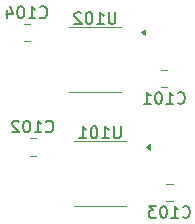
<source format=gbr>
%TF.GenerationSoftware,KiCad,Pcbnew,8.0.3*%
%TF.CreationDate,2024-07-01T12:15:54-06:00*%
%TF.ProjectId,VoiceBoardR3,566f6963-6542-46f6-9172-6452332e6b69,rev?*%
%TF.SameCoordinates,Original*%
%TF.FileFunction,Legend,Bot*%
%TF.FilePolarity,Positive*%
%FSLAX46Y46*%
G04 Gerber Fmt 4.6, Leading zero omitted, Abs format (unit mm)*
G04 Created by KiCad (PCBNEW 8.0.3) date 2024-07-01 12:15:54*
%MOMM*%
%LPD*%
G01*
G04 APERTURE LIST*
%ADD10C,0.150000*%
%ADD11C,0.120000*%
G04 APERTURE END LIST*
D10*
X76786985Y-8984219D02*
X76786985Y-9793742D01*
X76786985Y-9793742D02*
X76739366Y-9888980D01*
X76739366Y-9888980D02*
X76691747Y-9936600D01*
X76691747Y-9936600D02*
X76596509Y-9984219D01*
X76596509Y-9984219D02*
X76406033Y-9984219D01*
X76406033Y-9984219D02*
X76310795Y-9936600D01*
X76310795Y-9936600D02*
X76263176Y-9888980D01*
X76263176Y-9888980D02*
X76215557Y-9793742D01*
X76215557Y-9793742D02*
X76215557Y-8984219D01*
X75215557Y-9984219D02*
X75786985Y-9984219D01*
X75501271Y-9984219D02*
X75501271Y-8984219D01*
X75501271Y-8984219D02*
X75596509Y-9127076D01*
X75596509Y-9127076D02*
X75691747Y-9222314D01*
X75691747Y-9222314D02*
X75786985Y-9269933D01*
X74596509Y-8984219D02*
X74501271Y-8984219D01*
X74501271Y-8984219D02*
X74406033Y-9031838D01*
X74406033Y-9031838D02*
X74358414Y-9079457D01*
X74358414Y-9079457D02*
X74310795Y-9174695D01*
X74310795Y-9174695D02*
X74263176Y-9365171D01*
X74263176Y-9365171D02*
X74263176Y-9603266D01*
X74263176Y-9603266D02*
X74310795Y-9793742D01*
X74310795Y-9793742D02*
X74358414Y-9888980D01*
X74358414Y-9888980D02*
X74406033Y-9936600D01*
X74406033Y-9936600D02*
X74501271Y-9984219D01*
X74501271Y-9984219D02*
X74596509Y-9984219D01*
X74596509Y-9984219D02*
X74691747Y-9936600D01*
X74691747Y-9936600D02*
X74739366Y-9888980D01*
X74739366Y-9888980D02*
X74786985Y-9793742D01*
X74786985Y-9793742D02*
X74834604Y-9603266D01*
X74834604Y-9603266D02*
X74834604Y-9365171D01*
X74834604Y-9365171D02*
X74786985Y-9174695D01*
X74786985Y-9174695D02*
X74739366Y-9079457D01*
X74739366Y-9079457D02*
X74691747Y-9031838D01*
X74691747Y-9031838D02*
X74596509Y-8984219D01*
X73882223Y-9079457D02*
X73834604Y-9031838D01*
X73834604Y-9031838D02*
X73739366Y-8984219D01*
X73739366Y-8984219D02*
X73501271Y-8984219D01*
X73501271Y-8984219D02*
X73406033Y-9031838D01*
X73406033Y-9031838D02*
X73358414Y-9079457D01*
X73358414Y-9079457D02*
X73310795Y-9174695D01*
X73310795Y-9174695D02*
X73310795Y-9269933D01*
X73310795Y-9269933D02*
X73358414Y-9412790D01*
X73358414Y-9412790D02*
X73929842Y-9984219D01*
X73929842Y-9984219D02*
X73310795Y-9984219D01*
X82043447Y-16644579D02*
X82091066Y-16692199D01*
X82091066Y-16692199D02*
X82233923Y-16739818D01*
X82233923Y-16739818D02*
X82329161Y-16739818D01*
X82329161Y-16739818D02*
X82472018Y-16692199D01*
X82472018Y-16692199D02*
X82567256Y-16596960D01*
X82567256Y-16596960D02*
X82614875Y-16501722D01*
X82614875Y-16501722D02*
X82662494Y-16311246D01*
X82662494Y-16311246D02*
X82662494Y-16168389D01*
X82662494Y-16168389D02*
X82614875Y-15977913D01*
X82614875Y-15977913D02*
X82567256Y-15882675D01*
X82567256Y-15882675D02*
X82472018Y-15787437D01*
X82472018Y-15787437D02*
X82329161Y-15739818D01*
X82329161Y-15739818D02*
X82233923Y-15739818D01*
X82233923Y-15739818D02*
X82091066Y-15787437D01*
X82091066Y-15787437D02*
X82043447Y-15835056D01*
X81091066Y-16739818D02*
X81662494Y-16739818D01*
X81376780Y-16739818D02*
X81376780Y-15739818D01*
X81376780Y-15739818D02*
X81472018Y-15882675D01*
X81472018Y-15882675D02*
X81567256Y-15977913D01*
X81567256Y-15977913D02*
X81662494Y-16025532D01*
X80472018Y-15739818D02*
X80376780Y-15739818D01*
X80376780Y-15739818D02*
X80281542Y-15787437D01*
X80281542Y-15787437D02*
X80233923Y-15835056D01*
X80233923Y-15835056D02*
X80186304Y-15930294D01*
X80186304Y-15930294D02*
X80138685Y-16120770D01*
X80138685Y-16120770D02*
X80138685Y-16358865D01*
X80138685Y-16358865D02*
X80186304Y-16549341D01*
X80186304Y-16549341D02*
X80233923Y-16644579D01*
X80233923Y-16644579D02*
X80281542Y-16692199D01*
X80281542Y-16692199D02*
X80376780Y-16739818D01*
X80376780Y-16739818D02*
X80472018Y-16739818D01*
X80472018Y-16739818D02*
X80567256Y-16692199D01*
X80567256Y-16692199D02*
X80614875Y-16644579D01*
X80614875Y-16644579D02*
X80662494Y-16549341D01*
X80662494Y-16549341D02*
X80710113Y-16358865D01*
X80710113Y-16358865D02*
X80710113Y-16120770D01*
X80710113Y-16120770D02*
X80662494Y-15930294D01*
X80662494Y-15930294D02*
X80614875Y-15835056D01*
X80614875Y-15835056D02*
X80567256Y-15787437D01*
X80567256Y-15787437D02*
X80472018Y-15739818D01*
X79186304Y-16739818D02*
X79757732Y-16739818D01*
X79472018Y-16739818D02*
X79472018Y-15739818D01*
X79472018Y-15739818D02*
X79567256Y-15882675D01*
X79567256Y-15882675D02*
X79662494Y-15977913D01*
X79662494Y-15977913D02*
X79757732Y-16025532D01*
X70892847Y-19075780D02*
X70940466Y-19123400D01*
X70940466Y-19123400D02*
X71083323Y-19171019D01*
X71083323Y-19171019D02*
X71178561Y-19171019D01*
X71178561Y-19171019D02*
X71321418Y-19123400D01*
X71321418Y-19123400D02*
X71416656Y-19028161D01*
X71416656Y-19028161D02*
X71464275Y-18932923D01*
X71464275Y-18932923D02*
X71511894Y-18742447D01*
X71511894Y-18742447D02*
X71511894Y-18599590D01*
X71511894Y-18599590D02*
X71464275Y-18409114D01*
X71464275Y-18409114D02*
X71416656Y-18313876D01*
X71416656Y-18313876D02*
X71321418Y-18218638D01*
X71321418Y-18218638D02*
X71178561Y-18171019D01*
X71178561Y-18171019D02*
X71083323Y-18171019D01*
X71083323Y-18171019D02*
X70940466Y-18218638D01*
X70940466Y-18218638D02*
X70892847Y-18266257D01*
X69940466Y-19171019D02*
X70511894Y-19171019D01*
X70226180Y-19171019D02*
X70226180Y-18171019D01*
X70226180Y-18171019D02*
X70321418Y-18313876D01*
X70321418Y-18313876D02*
X70416656Y-18409114D01*
X70416656Y-18409114D02*
X70511894Y-18456733D01*
X69321418Y-18171019D02*
X69226180Y-18171019D01*
X69226180Y-18171019D02*
X69130942Y-18218638D01*
X69130942Y-18218638D02*
X69083323Y-18266257D01*
X69083323Y-18266257D02*
X69035704Y-18361495D01*
X69035704Y-18361495D02*
X68988085Y-18551971D01*
X68988085Y-18551971D02*
X68988085Y-18790066D01*
X68988085Y-18790066D02*
X69035704Y-18980542D01*
X69035704Y-18980542D02*
X69083323Y-19075780D01*
X69083323Y-19075780D02*
X69130942Y-19123400D01*
X69130942Y-19123400D02*
X69226180Y-19171019D01*
X69226180Y-19171019D02*
X69321418Y-19171019D01*
X69321418Y-19171019D02*
X69416656Y-19123400D01*
X69416656Y-19123400D02*
X69464275Y-19075780D01*
X69464275Y-19075780D02*
X69511894Y-18980542D01*
X69511894Y-18980542D02*
X69559513Y-18790066D01*
X69559513Y-18790066D02*
X69559513Y-18551971D01*
X69559513Y-18551971D02*
X69511894Y-18361495D01*
X69511894Y-18361495D02*
X69464275Y-18266257D01*
X69464275Y-18266257D02*
X69416656Y-18218638D01*
X69416656Y-18218638D02*
X69321418Y-18171019D01*
X68607132Y-18266257D02*
X68559513Y-18218638D01*
X68559513Y-18218638D02*
X68464275Y-18171019D01*
X68464275Y-18171019D02*
X68226180Y-18171019D01*
X68226180Y-18171019D02*
X68130942Y-18218638D01*
X68130942Y-18218638D02*
X68083323Y-18266257D01*
X68083323Y-18266257D02*
X68035704Y-18361495D01*
X68035704Y-18361495D02*
X68035704Y-18456733D01*
X68035704Y-18456733D02*
X68083323Y-18599590D01*
X68083323Y-18599590D02*
X68654751Y-19171019D01*
X68654751Y-19171019D02*
X68035704Y-19171019D01*
X70384847Y-9398380D02*
X70432466Y-9446000D01*
X70432466Y-9446000D02*
X70575323Y-9493619D01*
X70575323Y-9493619D02*
X70670561Y-9493619D01*
X70670561Y-9493619D02*
X70813418Y-9446000D01*
X70813418Y-9446000D02*
X70908656Y-9350761D01*
X70908656Y-9350761D02*
X70956275Y-9255523D01*
X70956275Y-9255523D02*
X71003894Y-9065047D01*
X71003894Y-9065047D02*
X71003894Y-8922190D01*
X71003894Y-8922190D02*
X70956275Y-8731714D01*
X70956275Y-8731714D02*
X70908656Y-8636476D01*
X70908656Y-8636476D02*
X70813418Y-8541238D01*
X70813418Y-8541238D02*
X70670561Y-8493619D01*
X70670561Y-8493619D02*
X70575323Y-8493619D01*
X70575323Y-8493619D02*
X70432466Y-8541238D01*
X70432466Y-8541238D02*
X70384847Y-8588857D01*
X69432466Y-9493619D02*
X70003894Y-9493619D01*
X69718180Y-9493619D02*
X69718180Y-8493619D01*
X69718180Y-8493619D02*
X69813418Y-8636476D01*
X69813418Y-8636476D02*
X69908656Y-8731714D01*
X69908656Y-8731714D02*
X70003894Y-8779333D01*
X68813418Y-8493619D02*
X68718180Y-8493619D01*
X68718180Y-8493619D02*
X68622942Y-8541238D01*
X68622942Y-8541238D02*
X68575323Y-8588857D01*
X68575323Y-8588857D02*
X68527704Y-8684095D01*
X68527704Y-8684095D02*
X68480085Y-8874571D01*
X68480085Y-8874571D02*
X68480085Y-9112666D01*
X68480085Y-9112666D02*
X68527704Y-9303142D01*
X68527704Y-9303142D02*
X68575323Y-9398380D01*
X68575323Y-9398380D02*
X68622942Y-9446000D01*
X68622942Y-9446000D02*
X68718180Y-9493619D01*
X68718180Y-9493619D02*
X68813418Y-9493619D01*
X68813418Y-9493619D02*
X68908656Y-9446000D01*
X68908656Y-9446000D02*
X68956275Y-9398380D01*
X68956275Y-9398380D02*
X69003894Y-9303142D01*
X69003894Y-9303142D02*
X69051513Y-9112666D01*
X69051513Y-9112666D02*
X69051513Y-8874571D01*
X69051513Y-8874571D02*
X69003894Y-8684095D01*
X69003894Y-8684095D02*
X68956275Y-8588857D01*
X68956275Y-8588857D02*
X68908656Y-8541238D01*
X68908656Y-8541238D02*
X68813418Y-8493619D01*
X67622942Y-8826952D02*
X67622942Y-9493619D01*
X67861037Y-8446000D02*
X68099132Y-9160285D01*
X68099132Y-9160285D02*
X67480085Y-9160285D01*
X82475247Y-26296579D02*
X82522866Y-26344199D01*
X82522866Y-26344199D02*
X82665723Y-26391818D01*
X82665723Y-26391818D02*
X82760961Y-26391818D01*
X82760961Y-26391818D02*
X82903818Y-26344199D01*
X82903818Y-26344199D02*
X82999056Y-26248960D01*
X82999056Y-26248960D02*
X83046675Y-26153722D01*
X83046675Y-26153722D02*
X83094294Y-25963246D01*
X83094294Y-25963246D02*
X83094294Y-25820389D01*
X83094294Y-25820389D02*
X83046675Y-25629913D01*
X83046675Y-25629913D02*
X82999056Y-25534675D01*
X82999056Y-25534675D02*
X82903818Y-25439437D01*
X82903818Y-25439437D02*
X82760961Y-25391818D01*
X82760961Y-25391818D02*
X82665723Y-25391818D01*
X82665723Y-25391818D02*
X82522866Y-25439437D01*
X82522866Y-25439437D02*
X82475247Y-25487056D01*
X81522866Y-26391818D02*
X82094294Y-26391818D01*
X81808580Y-26391818D02*
X81808580Y-25391818D01*
X81808580Y-25391818D02*
X81903818Y-25534675D01*
X81903818Y-25534675D02*
X81999056Y-25629913D01*
X81999056Y-25629913D02*
X82094294Y-25677532D01*
X80903818Y-25391818D02*
X80808580Y-25391818D01*
X80808580Y-25391818D02*
X80713342Y-25439437D01*
X80713342Y-25439437D02*
X80665723Y-25487056D01*
X80665723Y-25487056D02*
X80618104Y-25582294D01*
X80618104Y-25582294D02*
X80570485Y-25772770D01*
X80570485Y-25772770D02*
X80570485Y-26010865D01*
X80570485Y-26010865D02*
X80618104Y-26201341D01*
X80618104Y-26201341D02*
X80665723Y-26296579D01*
X80665723Y-26296579D02*
X80713342Y-26344199D01*
X80713342Y-26344199D02*
X80808580Y-26391818D01*
X80808580Y-26391818D02*
X80903818Y-26391818D01*
X80903818Y-26391818D02*
X80999056Y-26344199D01*
X80999056Y-26344199D02*
X81046675Y-26296579D01*
X81046675Y-26296579D02*
X81094294Y-26201341D01*
X81094294Y-26201341D02*
X81141913Y-26010865D01*
X81141913Y-26010865D02*
X81141913Y-25772770D01*
X81141913Y-25772770D02*
X81094294Y-25582294D01*
X81094294Y-25582294D02*
X81046675Y-25487056D01*
X81046675Y-25487056D02*
X80999056Y-25439437D01*
X80999056Y-25439437D02*
X80903818Y-25391818D01*
X80237151Y-25391818D02*
X79618104Y-25391818D01*
X79618104Y-25391818D02*
X79951437Y-25772770D01*
X79951437Y-25772770D02*
X79808580Y-25772770D01*
X79808580Y-25772770D02*
X79713342Y-25820389D01*
X79713342Y-25820389D02*
X79665723Y-25868008D01*
X79665723Y-25868008D02*
X79618104Y-25963246D01*
X79618104Y-25963246D02*
X79618104Y-26201341D01*
X79618104Y-26201341D02*
X79665723Y-26296579D01*
X79665723Y-26296579D02*
X79713342Y-26344199D01*
X79713342Y-26344199D02*
X79808580Y-26391818D01*
X79808580Y-26391818D02*
X80094294Y-26391818D01*
X80094294Y-26391818D02*
X80189532Y-26344199D01*
X80189532Y-26344199D02*
X80237151Y-26296579D01*
X77214647Y-18661619D02*
X77214647Y-19471142D01*
X77214647Y-19471142D02*
X77167028Y-19566380D01*
X77167028Y-19566380D02*
X77119409Y-19614000D01*
X77119409Y-19614000D02*
X77024171Y-19661619D01*
X77024171Y-19661619D02*
X76833695Y-19661619D01*
X76833695Y-19661619D02*
X76738457Y-19614000D01*
X76738457Y-19614000D02*
X76690838Y-19566380D01*
X76690838Y-19566380D02*
X76643219Y-19471142D01*
X76643219Y-19471142D02*
X76643219Y-18661619D01*
X75643219Y-19661619D02*
X76214647Y-19661619D01*
X75928933Y-19661619D02*
X75928933Y-18661619D01*
X75928933Y-18661619D02*
X76024171Y-18804476D01*
X76024171Y-18804476D02*
X76119409Y-18899714D01*
X76119409Y-18899714D02*
X76214647Y-18947333D01*
X75024171Y-18661619D02*
X74928933Y-18661619D01*
X74928933Y-18661619D02*
X74833695Y-18709238D01*
X74833695Y-18709238D02*
X74786076Y-18756857D01*
X74786076Y-18756857D02*
X74738457Y-18852095D01*
X74738457Y-18852095D02*
X74690838Y-19042571D01*
X74690838Y-19042571D02*
X74690838Y-19280666D01*
X74690838Y-19280666D02*
X74738457Y-19471142D01*
X74738457Y-19471142D02*
X74786076Y-19566380D01*
X74786076Y-19566380D02*
X74833695Y-19614000D01*
X74833695Y-19614000D02*
X74928933Y-19661619D01*
X74928933Y-19661619D02*
X75024171Y-19661619D01*
X75024171Y-19661619D02*
X75119409Y-19614000D01*
X75119409Y-19614000D02*
X75167028Y-19566380D01*
X75167028Y-19566380D02*
X75214647Y-19471142D01*
X75214647Y-19471142D02*
X75262266Y-19280666D01*
X75262266Y-19280666D02*
X75262266Y-19042571D01*
X75262266Y-19042571D02*
X75214647Y-18852095D01*
X75214647Y-18852095D02*
X75167028Y-18756857D01*
X75167028Y-18756857D02*
X75119409Y-18709238D01*
X75119409Y-18709238D02*
X75024171Y-18661619D01*
X73738457Y-19661619D02*
X74309885Y-19661619D01*
X74024171Y-19661619D02*
X74024171Y-18661619D01*
X74024171Y-18661619D02*
X74119409Y-18804476D01*
X74119409Y-18804476D02*
X74214647Y-18899714D01*
X74214647Y-18899714D02*
X74309885Y-18947333D01*
D11*
%TO.C,U102*%
X72872700Y-10244400D02*
X75072700Y-10244400D01*
X72872700Y-15714400D02*
X75072700Y-15714400D01*
X77272700Y-10244400D02*
X75072700Y-10244400D01*
X77272700Y-15714400D02*
X75072700Y-15714400D01*
X79262700Y-10944400D02*
X78932700Y-10704400D01*
X79262700Y-10464400D01*
X79262700Y-10944400D01*
G36*
X79262700Y-10944400D02*
G01*
X78932700Y-10704400D01*
X79262700Y-10464400D01*
X79262700Y-10944400D01*
G37*
%TO.C,C101*%
X81185653Y-13870000D02*
X80663147Y-13870000D01*
X81185653Y-15340000D02*
X80663147Y-15340000D01*
%TO.C,C102*%
X69512548Y-19661200D02*
X70035052Y-19661200D01*
X69512548Y-21131200D02*
X70035052Y-21131200D01*
%TO.C,C104*%
X69004548Y-9983800D02*
X69527052Y-9983800D01*
X69004548Y-11453800D02*
X69527052Y-11453800D01*
%TO.C,C103*%
X81617453Y-23522000D02*
X81094947Y-23522000D01*
X81617453Y-24992000D02*
X81094947Y-24992000D01*
%TO.C,U101*%
X73300362Y-19921800D02*
X75500362Y-19921800D01*
X73300362Y-25391800D02*
X75500362Y-25391800D01*
X77700362Y-19921800D02*
X75500362Y-19921800D01*
X77700362Y-25391800D02*
X75500362Y-25391800D01*
X79690362Y-20621800D02*
X79360362Y-20381800D01*
X79690362Y-20141800D01*
X79690362Y-20621800D01*
G36*
X79690362Y-20621800D02*
G01*
X79360362Y-20381800D01*
X79690362Y-20141800D01*
X79690362Y-20621800D01*
G37*
%TD*%
M02*

</source>
